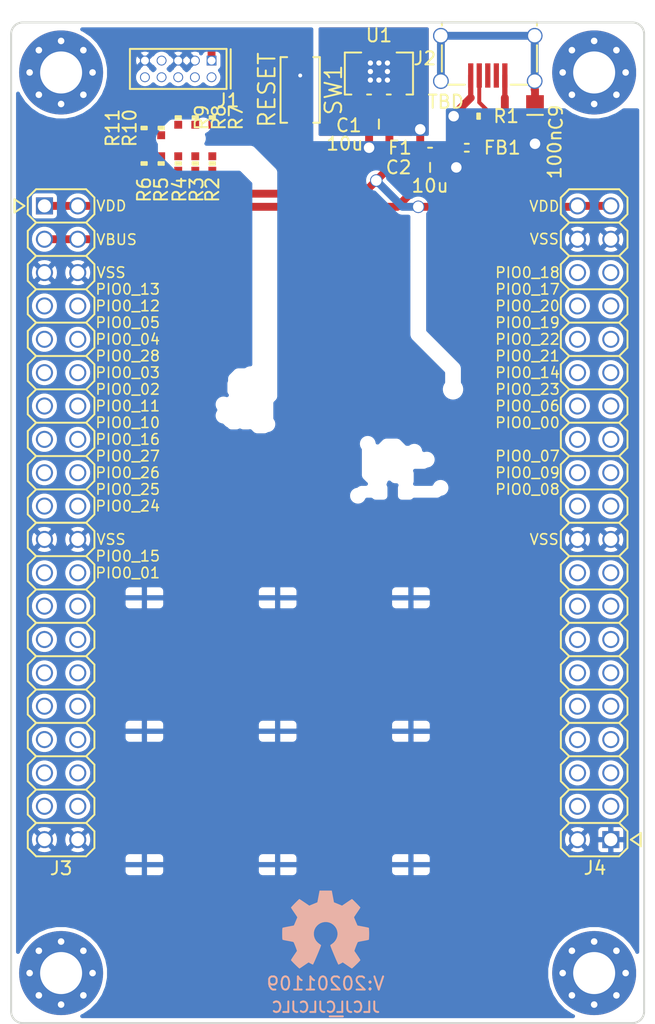
<source format=kicad_pcb>
(kicad_pcb (version 20171130) (host pcbnew 5.1.8-db9833491~87~ubuntu20.04.1)
  (layers (0 F.Cu signal) (31 B.Cu signal) (34 B.Paste user) (35 F.Paste user) (36 B.SilkS user) (37 F.SilkS user) (38 B.Mask user) (39 F.Mask user) (44 Edge.Cuts user))
  (net 0 "")
  (net 1 /VBUS)
  (net 2 "Net-(F1-Pad2)")
  (net 3 "Net-(FB1-Pad2)")
  (net 4 /VDD)
  (net 5 "Net-(J1-Pad10)")
  (net 6 "Net-(J1-Pad6)")
  (net 7 "Net-(J1-Pad4)")
  (net 8 "Net-(J1-Pad2)")
  (net 9 /GPIO_47)
  (net 10 /GPIO_46)
  (net 11 /GPIO_51)
  (net 12 "Net-(C9-Pad2)")
  (net 13 "Net-(J2-Pad4)")
  (net 14 /VSS)
  (net 15 "Net-(J1-Pad8)")
  (net 16 "Net-(J1-Pad7)")
  (net 17 "Net-(J2-Pad2)")
  (net 18 "Net-(J2-Pad3)")
  (net 19 /GPIO_28)
  (net 20 /GPIO_20)
  (net 21 /GPIO_23)
  (net 22 /GPIO_27)
  (net 23 /GPIO_29)
  (net 24 /GPIO_16)
  (net 25 /GPIO_21)
  (net 26 /GPIO_19)
  (net 27 /GPIO_17)
  (net 28 /GPIO_18)
  (net 29 /GPIO_15)
  (net 30 /GPIO_14)
  (net 31 /GPIO_22)
  (net 32 /GPIO_24)
  (net 33 /GPIO_25)
  (net 34 /GPIO_26)
  (net 35 /GPIO_13)
  (net 36 /GPIO_12)
  (net 37 /GPIO_11)
  (net 38 /GPIO_10)
  (net 39 /GPIO_09)
  (net 40 /GPIO_08)
  (net 41 /GPIO_07)
  (net 42 /GPIO_06)
  (net 43 /GPIO_05)
  (net 44 /GPIO_04)
  (net 45 /GPIO_03)
  (net 46 /GPIO_02)
  (net 47 /GPIO_01)
  (net 48 /GPIO_00)
  (net 49 /GPIO_32)
  (net 50 /GPIO_31)
  (net 51 /GPIO_30)
  (net 52 /GPIO_41)
  (net 53 /GPIO_40)
  (net 54 /GPIO_39)
  (net 55 /GPIO_38)
  (net 56 /GPIO_37)
  (net 57 /GPIO_36)
  (net 58 /GPIO_35)
  (net 59 /GPIO_34)
  (net 60 /GPIO_33)
  (net 61 /GPIO_45)
  (net 62 /GPIO_44)
  (net 63 /GPIO_43)
  (net 64 /GPIO_42)
  (net 65 /GPIO_61)
  (net 66 /GPIO_60)
  (net 67 /GPIO_59)
  (net 68 /GPIO_58)
  (net 69 /GPIO_57)
  (net 70 /GPIO_56)
  (net 71 /GPIO_55)
  (net 72 /GPIO_54)
  (net 73 /GPIO_53)
  (net 74 /GPIO_52)
  (net 75 /GPIO_50)
  (net 76 /GPIO_49)
  (net 77 /GPIO_48)
  (net 78 /TMS)
  (net 79 /TCK)
  (net 80 /TDO)
  (net 81 /TDI)
  (net 82 /RESET)
  (module SquantorRcl:R_0402_hand (layer F.Cu) (at 71.1 69 270)
    (fp_text reference R11 (at 0 2.4 90) (layer F.SilkS))
    (fp_text value 100)
    (pad 2 smd rect (at 0.55 0 270) (size 0.6 0.6) (layers F.Cu F.Paste F.Mask) (net 82 /RESET))
    (pad 1 smd rect (at -0.55 0 270) (size 0.6 0.6) (layers F.Cu F.Paste F.Mask) (net 5 "Net-(J1-Pad10)"))
  )
  (module SquantorRcl:R_0402_hand (layer F.Cu) (at 72.4 69 270)
    (fp_text reference R10 (at 0 2.4 90) (layer F.SilkS))
    (fp_text value 100)
    (pad 2 smd rect (at 0.55 0 270) (size 0.6 0.6) (layers F.Cu F.Paste F.Mask) (net 81 /TDI))
    (pad 1 smd rect (at -0.55 0 270) (size 0.6 0.6) (layers F.Cu F.Paste F.Mask) (net 15 "Net-(J1-Pad8)"))
  )
  (module SquantorRcl:R_0402_hand (layer F.Cu) (at 73.7 68.2 270)
    (fp_text reference R9 (at 0 -1.8 90) (layer F.SilkS))
    (fp_text value 100)
    (pad 2 smd rect (at 0.55 0 270) (size 0.6 0.6) (layers F.Cu F.Paste F.Mask) (net 80 /TDO))
    (pad 1 smd rect (at -0.55 0 270) (size 0.6 0.6) (layers F.Cu F.Paste F.Mask) (net 6 "Net-(J1-Pad6)"))
  )
  (module SquantorRcl:R_0402_hand (layer F.Cu) (at 75 68.2 270)
    (fp_text reference R8 (at 0 -1.8 90) (layer F.SilkS))
    (fp_text value 100)
    (pad 2 smd rect (at 0.55 0 270) (size 0.6 0.6) (layers F.Cu F.Paste F.Mask) (net 79 /TCK))
    (pad 1 smd rect (at -0.55 0 270) (size 0.6 0.6) (layers F.Cu F.Paste F.Mask) (net 7 "Net-(J1-Pad4)"))
  )
  (module SquantorRcl:R_0402_hand (layer F.Cu) (at 76.3 68.2 270)
    (fp_text reference R7 (at 0 -1.8 90) (layer F.SilkS))
    (fp_text value 100)
    (pad 2 smd rect (at 0.55 0 270) (size 0.6 0.6) (layers F.Cu F.Paste F.Mask) (net 78 /TMS))
    (pad 1 smd rect (at -0.55 0 270) (size 0.6 0.6) (layers F.Cu F.Paste F.Mask) (net 8 "Net-(J1-Pad2)"))
  )
  (module SquantorRcl:R_0402_hand (layer F.Cu) (at 71.1 71.7 270)
    (fp_text reference R6 (at 2 0 90) (layer F.SilkS))
    (fp_text value 47K)
    (pad 2 smd rect (at 0.55 0 270) (size 0.6 0.6) (layers F.Cu F.Paste F.Mask) (net 4 /VDD))
    (pad 1 smd rect (at -0.55 0 270) (size 0.6 0.6) (layers F.Cu F.Paste F.Mask) (net 82 /RESET))
  )
  (module SquantorRcl:R_0402_hand (layer F.Cu) (at 72.4 71.7 270)
    (fp_text reference R5 (at 2 0 90) (layer F.SilkS))
    (fp_text value 47K)
    (pad 2 smd rect (at 0.55 0 270) (size 0.6 0.6) (layers F.Cu F.Paste F.Mask) (net 4 /VDD))
    (pad 1 smd rect (at -0.55 0 270) (size 0.6 0.6) (layers F.Cu F.Paste F.Mask) (net 81 /TDI))
  )
  (module SquantorRcl:R_0402_hand (layer F.Cu) (at 73.7 71.7 270)
    (fp_text reference R4 (at 2 -0.1 90) (layer F.SilkS))
    (fp_text value 47K)
    (pad 2 smd rect (at 0.55 0 270) (size 0.6 0.6) (layers F.Cu F.Paste F.Mask) (net 4 /VDD))
    (pad 1 smd rect (at -0.55 0 270) (size 0.6 0.6) (layers F.Cu F.Paste F.Mask) (net 80 /TDO))
  )
  (module SquantorRcl:R_0402_hand (layer F.Cu) (at 75 71.7 270)
    (fp_text reference R3 (at 2 -0.1 90) (layer F.SilkS))
    (fp_text value 47K)
    (pad 2 smd rect (at 0.55 0 270) (size 0.6 0.6) (layers F.Cu F.Paste F.Mask) (net 14 /VSS))
    (pad 1 smd rect (at -0.55 0 270) (size 0.6 0.6) (layers F.Cu F.Paste F.Mask) (net 79 /TCK))
  )
  (module SquantorRcl:R_0402_hand (layer F.Cu) (at 76.3 71.7 270)
    (fp_text reference R2 (at 2 0 90) (layer F.SilkS))
    (fp_text value 47K)
    (pad 2 smd rect (at 0.55 0 270) (size 0.6 0.6) (layers F.Cu F.Paste F.Mask) (net 4 /VDD))
    (pad 1 smd rect (at -0.55 0 270) (size 0.6 0.6) (layers F.Cu F.Paste F.Mask) (net 78 /TMS))
  )
  (module SquantorRcl:R_0402_hand (layer F.Cu) (at 96.6 68.1)
    (fp_text reference R1 (at 2.1 0) (layer F.SilkS))
    (fp_text value TBD (at -2.5 -1.1) (layer F.SilkS))
    (pad 2 smd rect (at 0.55 0) (size 0.6 0.6) (layers F.Cu F.Paste F.Mask) (net 13 "Net-(J2-Pad4)"))
    (pad 1 smd rect (at -0.55 0) (size 0.6 0.6) (layers F.Cu F.Paste F.Mask) (net 14 /VSS))
  )
  (module SquantorUsb:USB-muB-SMD_TH (layer F.Cu) (at 97.3 63.7 180)
    (fp_text reference J2 (at 4.8 0) (layer F.SilkS))
    (fp_text value USB-ID)
    (pad S thru_hole circle (at 3.575 1.725 180) (size 1.2 1.2) (drill 1) (layers *.Cu *.Mask) (net 12 "Net-(C9-Pad2)"))
    (pad "" np_thru_hole circle (at 2 -0.575 180) (size 0.8 0.8) (drill 0.8) (layers *.Cu))
    (pad 1 smd rect (at -1.3 -1.3 180) (size 0.4 1.85) (layers F.Cu F.Paste F.Mask) (net 3 "Net-(FB1-Pad2)"))
    (pad 2 smd rect (at -0.65 -1.3 180) (size 0.4 1.85) (layers F.Cu F.Paste F.Mask) (net 17 "Net-(J2-Pad2)"))
    (pad 3 smd rect (at 0 -1.3 180) (size 0.4 1.85) (layers F.Cu F.Paste F.Mask) (net 18 "Net-(J2-Pad3)"))
    (pad 4 smd rect (at 0.65 -1.3 180) (size 0.4 1.85) (layers F.Cu F.Paste F.Mask) (net 13 "Net-(J2-Pad4)"))
    (pad 5 smd rect (at 1.3 -1.3 180) (size 0.4 1.85) (layers F.Cu F.Paste F.Mask) (net 14 /VSS))
    (pad "" np_thru_hole circle (at -2 -0.575 180) (size 0.8 0.8) (drill 0.8) (layers *.Cu))
    (pad S thru_hole circle (at -3.575 1.725 180) (size 1.2 1.2) (drill 1) (layers *.Cu *.Mask) (net 12 "Net-(C9-Pad2)"))
    (pad S thru_hole circle (at 3.575 -1.725 180) (size 1.2 1.2) (drill 1) (layers *.Cu *.Mask) (net 12 "Net-(C9-Pad2)"))
    (pad S thru_hole circle (at -3.575 -1.725 180) (size 1.2 1.2) (drill 1) (layers *.Cu *.Mask) (net 12 "Net-(C9-Pad2)"))
  )
  (module SquantorRcl:C_0805 (layer F.Cu) (at 100.9 68 90)
    (fp_text reference C9 (at -0.2 1.6 90) (layer F.SilkS))
    (fp_text value 100n (at -3 1.5 90) (layer F.SilkS))
    (pad 2 smd rect (at 1 0 90) (size 1 1.35) (layers F.Cu F.Paste F.Mask) (net 12 "Net-(C9-Pad2)"))
    (pad 1 smd rect (at -1 0 90) (size 1 1.35) (layers F.Cu F.Paste F.Mask) (net 14 /VSS))
  )
  (module SquantorConnectorsNamed:nuclone_medium_right (layer F.Cu) (at 105.41 99.06 90)
    (fp_text reference J4 (at -26.29 0.065 180) (layer F.SilkS))
    (fp_text value nuclone_small_right)
    (fp_text user VSS (at -1.27 -3.81) (layer F.SilkS) (effects (font (size 0.8 0.8) (thickness 0.12))))
    (fp_text user PIO0_08 (at 2.54 -5.08) (layer F.SilkS) (effects (font (size 0.8 0.8) (thickness 0.12))))
    (fp_text user VDD (at 24.1 -3.8) (layer F.SilkS) (effects (font (size 0.8 0.8) (thickness 0.12))))
    (fp_text user PIO0_09 (at 3.81 -5.08) (layer F.SilkS) (effects (font (size 0.8 0.8) (thickness 0.12))))
    (fp_text user VSS (at 21.6 -3.8) (layer F.SilkS) (effects (font (size 0.8 0.8) (thickness 0.12))))
    (fp_text user PIO0_21 (at 12.7 -5.08) (layer F.SilkS) (effects (font (size 0.8 0.8) (thickness 0.12))))
    (fp_text user PIO0_23 (at 10.16 -5.08) (layer F.SilkS) (effects (font (size 0.8 0.8) (thickness 0.12))))
    (fp_text user PIO0_00 (at 7.62 -5.08) (layer F.SilkS) (effects (font (size 0.8 0.8) (thickness 0.12))))
    (fp_text user PIO0_17 (at 17.78 -5.08) (layer F.SilkS) (effects (font (size 0.8 0.8) (thickness 0.12))))
    (fp_text user PIO0_19 (at 15.24 -5.08) (layer F.SilkS) (effects (font (size 0.8 0.8) (thickness 0.12))))
    (fp_text user PIO0_07 (at 5.08 -5.08) (layer F.SilkS) (effects (font (size 0.8 0.8) (thickness 0.12))))
    (fp_text user PIO0_18 (at 19.05 -5.08) (layer F.SilkS) (effects (font (size 0.8 0.8) (thickness 0.12))))
    (fp_text user PIO0_20 (at 16.51 -5.08) (layer F.SilkS) (effects (font (size 0.8 0.8) (thickness 0.12))))
    (fp_text user PIO0_22 (at 13.97 -5.08) (layer F.SilkS) (effects (font (size 0.8 0.8) (thickness 0.12))))
    (fp_text user PIO0_14 (at 11.43 -5.08) (layer F.SilkS) (effects (font (size 0.8 0.8) (thickness 0.12))))
    (fp_text user PIO0_06 (at 8.89 -5.08) (layer F.SilkS) (effects (font (size 0.8 0.8) (thickness 0.12))))
    (pad 5 thru_hole circle (at -19.05 1.27 90) (size 1.3 1.3) (drill 1) (layers *.Cu *.Mask) (net 49 /GPIO_32))
    (pad 4 thru_hole circle (at -21.59 -1.27 90) (size 1.3 1.3) (drill 1) (layers *.Cu *.Mask) (net 50 /GPIO_31))
    (pad 3 thru_hole circle (at -21.59 1.27 90) (size 1.3 1.3) (drill 1) (layers *.Cu *.Mask) (net 51 /GPIO_30))
    (pad 2 thru_hole circle (at -24.13 -1.27 90) (size 1.3 1.3) (drill 1) (layers *.Cu *.Mask) (net 14 /VSS))
    (pad 1 thru_hole rect (at -24.13 1.27 90) (size 1.3 1.3) (drill 1) (layers *.Cu *.Mask) (net 14 /VSS))
    (pad 14 thru_hole circle (at -8.89 -1.27 90) (size 1.3 1.3) (drill 1) (layers *.Cu *.Mask) (net 52 /GPIO_41))
    (pad 13 thru_hole circle (at -8.89 1.27 90) (size 1.3 1.3) (drill 1) (layers *.Cu *.Mask) (net 53 /GPIO_40))
    (pad 12 thru_hole circle (at -11.43 -1.27 90) (size 1.3 1.3) (drill 1) (layers *.Cu *.Mask) (net 54 /GPIO_39))
    (pad 11 thru_hole circle (at -11.43 1.27 90) (size 1.3 1.3) (drill 1) (layers *.Cu *.Mask) (net 55 /GPIO_38))
    (pad 10 thru_hole circle (at -13.97 -1.27 90) (size 1.3 1.3) (drill 1) (layers *.Cu *.Mask) (net 56 /GPIO_37))
    (pad 9 thru_hole circle (at -13.97 1.27 90) (size 1.3 1.3) (drill 1) (layers *.Cu *.Mask) (net 57 /GPIO_36))
    (pad 8 thru_hole circle (at -16.51 -1.27 90) (size 1.3 1.3) (drill 1) (layers *.Cu *.Mask) (net 58 /GPIO_35))
    (pad 7 thru_hole circle (at -16.51 1.27 90) (size 1.3 1.3) (drill 1) (layers *.Cu *.Mask) (net 59 /GPIO_34))
    (pad 6 thru_hole circle (at -19.05 -1.27 90) (size 1.3 1.3) (drill 1) (layers *.Cu *.Mask) (net 60 /GPIO_33))
    (pad 20 thru_hole circle (at -1.27 -1.27 90) (size 1.3 1.3) (drill 1) (layers *.Cu *.Mask) (net 14 /VSS))
    (pad 19 thru_hole circle (at -1.27 1.27 90) (size 1.3 1.3) (drill 1) (layers *.Cu *.Mask) (net 14 /VSS))
    (pad 18 thru_hole circle (at -3.81 -1.27 90) (size 1.3 1.3) (drill 1) (layers *.Cu *.Mask) (net 61 /GPIO_45))
    (pad 17 thru_hole circle (at -3.81 1.27 90) (size 1.3 1.3) (drill 1) (layers *.Cu *.Mask) (net 62 /GPIO_44))
    (pad 16 thru_hole circle (at -6.35 -1.27 90) (size 1.3 1.3) (drill 1) (layers *.Cu *.Mask) (net 63 /GPIO_43))
    (pad 15 thru_hole circle (at -6.35 1.27 90) (size 1.3 1.3) (drill 1) (layers *.Cu *.Mask) (net 64 /GPIO_42))
    (pad 40 thru_hole circle (at 24.13 -1.27 90) (size 1.3 1.3) (drill 1) (layers *.Cu *.Mask) (net 4 /VDD))
    (pad 39 thru_hole circle (at 24.13 1.27 90) (size 1.3 1.3) (drill 1) (layers *.Cu *.Mask) (net 4 /VDD))
    (pad 38 thru_hole circle (at 21.59 -1.27 90) (size 1.3 1.3) (drill 1) (layers *.Cu *.Mask) (net 14 /VSS))
    (pad 37 thru_hole circle (at 21.59 1.27 90) (size 1.3 1.3) (drill 1) (layers *.Cu *.Mask) (net 14 /VSS))
    (pad 36 thru_hole circle (at 19.05 -1.27 90) (size 1.3 1.3) (drill 1) (layers *.Cu *.Mask) (net 65 /GPIO_61))
    (pad 35 thru_hole circle (at 19.05 1.27 90) (size 1.3 1.3) (drill 1) (layers *.Cu *.Mask) (net 66 /GPIO_60))
    (pad 34 thru_hole circle (at 16.51 -1.27 90) (size 1.3 1.3) (drill 1) (layers *.Cu *.Mask) (net 67 /GPIO_59))
    (pad 33 thru_hole circle (at 16.51 1.27 90) (size 1.3 1.3) (drill 1) (layers *.Cu *.Mask) (net 68 /GPIO_58))
    (pad 32 thru_hole circle (at 13.97 -1.27 90) (size 1.3 1.3) (drill 1) (layers *.Cu *.Mask) (net 69 /GPIO_57))
    (pad 31 thru_hole circle (at 13.97 1.27 90) (size 1.3 1.3) (drill 1) (layers *.Cu *.Mask) (net 70 /GPIO_56))
    (pad 30 thru_hole circle (at 11.43 -1.27 90) (size 1.3 1.3) (drill 1) (layers *.Cu *.Mask) (net 71 /GPIO_55))
    (pad 29 thru_hole circle (at 11.43 1.27 90) (size 1.3 1.3) (drill 1) (layers *.Cu *.Mask) (net 72 /GPIO_54))
    (pad 28 thru_hole circle (at 8.89 -1.27 90) (size 1.3 1.3) (drill 1) (layers *.Cu *.Mask) (net 73 /GPIO_53))
    (pad 27 thru_hole circle (at 8.89 1.27 90) (size 1.3 1.3) (drill 1) (layers *.Cu *.Mask) (net 74 /GPIO_52))
    (pad 26 thru_hole circle (at 6.35 -1.27 90) (size 1.3 1.3) (drill 1) (layers *.Cu *.Mask) (net 11 /GPIO_51))
    (pad 25 thru_hole circle (at 6.35 1.27 90) (size 1.3 1.3) (drill 1) (layers *.Cu *.Mask) (net 75 /GPIO_50))
    (pad 24 thru_hole circle (at 3.81 -1.27 90) (size 1.3 1.3) (drill 1) (layers *.Cu *.Mask) (net 76 /GPIO_49))
    (pad 23 thru_hole circle (at 3.81 1.27 90) (size 1.3 1.3) (drill 1) (layers *.Cu *.Mask) (net 77 /GPIO_48))
    (pad 22 thru_hole circle (at 1.27 -1.27 90) (size 1.3 1.3) (drill 1) (layers *.Cu *.Mask) (net 9 /GPIO_47))
    (pad 21 thru_hole circle (at 1.27 1.27 90) (size 1.3 1.3) (drill 1) (layers *.Cu *.Mask) (net 10 /GPIO_46))
  )
  (module SquantorConnectorsNamed:nuclone_medium_left (layer F.Cu) (at 64.77 99.06 270)
    (fp_text reference J3 (at 26.315 -0.005 180) (layer F.SilkS))
    (fp_text value nuclone_small_left)
    (fp_text user VSS (at -19.05 -3.81 180) (layer F.SilkS) (effects (font (size 0.8 0.8) (thickness 0.12))))
    (fp_text user VSS (at 1.27 -3.81 180) (layer F.SilkS) (effects (font (size 0.8 0.8) (thickness 0.12))))
    (fp_text user PIO0_01 (at 3.82 -5.08 180) (layer F.SilkS) (effects (font (size 0.8 0.8) (thickness 0.12))))
    (fp_text user PIO0_15 (at 2.54 -5.08 180) (layer F.SilkS) (effects (font (size 0.8 0.8) (thickness 0.12))))
    (fp_text user VBUS (at -21.56 -4.23 180) (layer F.SilkS) (effects (font (size 0.8 0.8) (thickness 0.12))))
    (fp_text user VDD (at -24.13 -3.83 180) (layer F.SilkS) (effects (font (size 0.8 0.8) (thickness 0.12))))
    (fp_text user PIO0_25 (at -2.54 -5.08 180) (layer F.SilkS) (effects (font (size 0.8 0.8) (thickness 0.12))))
    (fp_text user PIO0_27 (at -5.08 -5.08 180) (layer F.SilkS) (effects (font (size 0.8 0.8) (thickness 0.12))))
    (fp_text user PIO0_10 (at -7.62 -5.08 180) (layer F.SilkS) (effects (font (size 0.8 0.8) (thickness 0.12))))
    (fp_text user PIO0_02 (at -10.16 -5.08 180) (layer F.SilkS) (effects (font (size 0.8 0.8) (thickness 0.12))))
    (fp_text user PIO0_28 (at -12.7 -5.08 180) (layer F.SilkS) (effects (font (size 0.8 0.8) (thickness 0.12))))
    (fp_text user PIO0_24 (at -1.27 -5.08 180) (layer F.SilkS) (effects (font (size 0.8 0.8) (thickness 0.12))))
    (fp_text user PIO0_26 (at -3.81 -5.08 180) (layer F.SilkS) (effects (font (size 0.8 0.8) (thickness 0.12))))
    (fp_text user PIO0_16 (at -6.35 -5.08 180) (layer F.SilkS) (effects (font (size 0.8 0.8) (thickness 0.12))))
    (fp_text user PIO0_11 (at -8.89 -5.08 180) (layer F.SilkS) (effects (font (size 0.8 0.8) (thickness 0.12))))
    (fp_text user PIO0_03 (at -11.43 -5.08 180) (layer F.SilkS) (effects (font (size 0.8 0.8) (thickness 0.12))))
    (fp_text user PIO0_04 (at -13.97 -5.08 180) (layer F.SilkS) (effects (font (size 0.8 0.8) (thickness 0.12))))
    (fp_text user PIO0_05 (at -15.24 -5.08 180) (layer F.SilkS) (effects (font (size 0.8 0.8) (thickness 0.12))))
    (fp_text user PIO0_12 (at -16.51 -5.08 180) (layer F.SilkS) (effects (font (size 0.8 0.8) (thickness 0.12))))
    (fp_text user PIO0_13 (at -17.78 -5.08 180) (layer F.SilkS) (effects (font (size 0.8 0.8) (thickness 0.12))))
    (pad 37 thru_hole circle (at 21.59 1.27 270) (size 1.3 1.3) (drill 1) (layers *.Cu *.Mask) (net 19 /GPIO_28))
    (pad 29 thru_hole circle (at 11.43 1.27 270) (size 1.3 1.3) (drill 1) (layers *.Cu *.Mask) (net 20 /GPIO_20))
    (pad 32 thru_hole circle (at 13.97 -1.27 270) (size 1.3 1.3) (drill 1) (layers *.Cu *.Mask) (net 21 /GPIO_23))
    (pad 40 thru_hole circle (at 24.13 -1.27 270) (size 1.3 1.3) (drill 1) (layers *.Cu *.Mask) (net 14 /VSS))
    (pad 36 thru_hole circle (at 19.05 -1.27 270) (size 1.3 1.3) (drill 1) (layers *.Cu *.Mask) (net 22 /GPIO_27))
    (pad 38 thru_hole circle (at 21.59 -1.27 270) (size 1.3 1.3) (drill 1) (layers *.Cu *.Mask) (net 23 /GPIO_29))
    (pad 25 thru_hole circle (at 6.35 1.27 270) (size 1.3 1.3) (drill 1) (layers *.Cu *.Mask) (net 24 /GPIO_16))
    (pad 30 thru_hole circle (at 11.43 -1.27 270) (size 1.3 1.3) (drill 1) (layers *.Cu *.Mask) (net 25 /GPIO_21))
    (pad 28 thru_hole circle (at 8.89 -1.27 270) (size 1.3 1.3) (drill 1) (layers *.Cu *.Mask) (net 26 /GPIO_19))
    (pad 26 thru_hole circle (at 6.35 -1.27 270) (size 1.3 1.3) (drill 1) (layers *.Cu *.Mask) (net 27 /GPIO_17))
    (pad 27 thru_hole circle (at 8.89 1.27 270) (size 1.3 1.3) (drill 1) (layers *.Cu *.Mask) (net 28 /GPIO_18))
    (pad 24 thru_hole circle (at 3.81 -1.27 270) (size 1.3 1.3) (drill 1) (layers *.Cu *.Mask) (net 29 /GPIO_15))
    (pad 39 thru_hole circle (at 24.13 1.27 270) (size 1.3 1.3) (drill 1) (layers *.Cu *.Mask) (net 14 /VSS))
    (pad 21 thru_hole circle (at 1.27 1.27 270) (size 1.3 1.3) (drill 1) (layers *.Cu *.Mask) (net 14 /VSS))
    (pad 23 thru_hole circle (at 3.81 1.27 270) (size 1.3 1.3) (drill 1) (layers *.Cu *.Mask) (net 30 /GPIO_14))
    (pad 31 thru_hole circle (at 13.97 1.27 270) (size 1.3 1.3) (drill 1) (layers *.Cu *.Mask) (net 31 /GPIO_22))
    (pad 33 thru_hole circle (at 16.51 1.27 270) (size 1.3 1.3) (drill 1) (layers *.Cu *.Mask) (net 32 /GPIO_24))
    (pad 34 thru_hole circle (at 16.51 -1.27 270) (size 1.3 1.3) (drill 1) (layers *.Cu *.Mask) (net 33 /GPIO_25))
    (pad 35 thru_hole circle (at 19.05 1.27 270) (size 1.3 1.3) (drill 1) (layers *.Cu *.Mask) (net 34 /GPIO_26))
    (pad 22 thru_hole circle (at 1.27 -1.27 270) (size 1.3 1.3) (drill 1) (layers *.Cu *.Mask) (net 14 /VSS))
    (pad 20 thru_hole circle (at -1.27 -1.27 270) (size 1.3 1.3) (drill 1) (layers *.Cu *.Mask) (net 35 /GPIO_13))
    (pad 19 thru_hole circle (at -1.27 1.27 270) (size 1.3 1.3) (drill 1) (layers *.Cu *.Mask) (net 36 /GPIO_12))
    (pad 18 thru_hole circle (at -3.81 -1.27 270) (size 1.3 1.3) (drill 1) (layers *.Cu *.Mask) (net 37 /GPIO_11))
    (pad 17 thru_hole circle (at -3.81 1.27 270) (size 1.3 1.3) (drill 1) (layers *.Cu *.Mask) (net 38 /GPIO_10))
    (pad 16 thru_hole circle (at -6.35 -1.27 270) (size 1.3 1.3) (drill 1) (layers *.Cu *.Mask) (net 39 /GPIO_09))
    (pad 15 thru_hole circle (at -6.35 1.27 270) (size 1.3 1.3) (drill 1) (layers *.Cu *.Mask) (net 40 /GPIO_08))
    (pad 14 thru_hole circle (at -8.89 -1.27 270) (size 1.3 1.3) (drill 1) (layers *.Cu *.Mask) (net 41 /GPIO_07))
    (pad 13 thru_hole circle (at -8.89 1.27 270) (size 1.3 1.3) (drill 1) (layers *.Cu *.Mask) (net 42 /GPIO_06))
    (pad 12 thru_hole circle (at -11.43 -1.27 270) (size 1.3 1.3) (drill 1) (layers *.Cu *.Mask) (net 43 /GPIO_05))
    (pad 11 thru_hole circle (at -11.43 1.27 270) (size 1.3 1.3) (drill 1) (layers *.Cu *.Mask) (net 44 /GPIO_04))
    (pad 10 thru_hole circle (at -13.97 -1.27 270) (size 1.3 1.3) (drill 1) (layers *.Cu *.Mask) (net 45 /GPIO_03))
    (pad 9 thru_hole circle (at -13.97 1.27 270) (size 1.3 1.3) (drill 1) (layers *.Cu *.Mask) (net 46 /GPIO_02))
    (pad 8 thru_hole circle (at -16.51 -1.27 270) (size 1.3 1.3) (drill 1) (layers *.Cu *.Mask) (net 47 /GPIO_01))
    (pad 7 thru_hole circle (at -16.51 1.27 270) (size 1.3 1.3) (drill 1) (layers *.Cu *.Mask) (net 48 /GPIO_00))
    (pad 6 thru_hole circle (at -19.05 -1.27 270) (size 1.3 1.3) (drill 1) (layers *.Cu *.Mask) (net 14 /VSS))
    (pad 5 thru_hole circle (at -19.05 1.27 270) (size 1.3 1.3) (drill 1) (layers *.Cu *.Mask) (net 14 /VSS))
    (pad 4 thru_hole circle (at -21.59 -1.27 270) (size 1.3 1.3) (drill 1) (layers *.Cu *.Mask) (net 1 /VBUS))
    (pad 3 thru_hole circle (at -21.59 1.27 270) (size 1.3 1.3) (drill 1) (layers *.Cu *.Mask) (net 1 /VBUS))
    (pad 2 thru_hole circle (at -24.13 -1.27 270) (size 1.3 1.3) (drill 1) (layers *.Cu *.Mask) (net 4 /VDD))
    (pad 1 thru_hole rect (at -24.13 1.27 270) (size 1.3 1.3) (drill 1) (layers *.Cu *.Mask) (net 4 /VDD))
  )
  (module SquantorSwitches:DTSM3 (layer F.Cu) (at 83 66.1 270)
    (fp_text reference SW1 (at 0 -2.54 90) (layer F.SilkS) (effects (font (size 1.27 1.27))))
    (fp_text value RESET (at 0 2.54 90) (layer F.SilkS) (effects (font (size 1.27 1.27))))
    (pad 2 smd rect (at 2.69748 0 270) (size 1.99898 1.59766) (layers F.Cu F.Paste F.Mask) (net 82 /RESET))
    (pad 1 smd rect (at -2.69748 0 270) (size 1.99898 1.59766) (layers F.Cu F.Paste F.Mask) (net 14 /VSS))
  )
  (module SquantorIC:SOT89-SOT23-Dual-NXP (layer F.Cu) (at 89 65.2)
    (fp_text reference U1 (at 0 -3.25) (layer F.SilkS))
    (fp_text value MCP1702-MB hide)
    (pad 2 thru_hole rect (at 0.65 0.15) (size 0.6 0.6) (drill 0.4) (layers *.Cu *.Mask) (net 1 /VBUS))
    (pad 2 thru_hole rect (at 0 0.15) (size 0.6 0.6) (drill 0.4) (layers *.Cu *.Mask) (net 1 /VBUS))
    (pad 2 thru_hole rect (at -0.65 0.15) (size 0.6 0.6) (drill 0.4) (layers *.Cu *.Mask) (net 1 /VBUS))
    (pad 2 thru_hole rect (at -0.65 -0.5) (size 0.6 0.6) (drill 0.4) (layers *.Cu *.Mask) (net 1 /VBUS))
    (pad 2 thru_hole rect (at 0.65 -0.5) (size 0.6 0.6) (drill 0.4) (layers *.Cu *.Mask) (net 1 /VBUS))
    (pad 2 thru_hole rect (at -0.65 -1.15 90) (size 0.6 0.6) (drill 0.4) (layers *.Cu *.Mask) (net 1 /VBUS))
    (pad 2 thru_hole rect (at 0 -1.15) (size 0.6 0.6) (drill 0.4) (layers *.Cu *.Mask) (net 1 /VBUS))
    (pad 2 thru_hole rect (at 0.65 -1.15) (size 0.6 0.6) (drill 0.4) (layers *.Cu *.Mask) (net 1 /VBUS))
    (pad 2 smd rect (at 0 -1.825) (size 1.9 0.85) (layers F.Cu F.Paste) (net 1 /VBUS))
    (pad 2 smd rect (at 0 -0.6) (size 1.2 1.2) (layers F.Cu F.Paste) (net 1 /VBUS))
    (pad 3 smd rect (at 1.5 1.75) (size 0.6 1) (layers F.Cu F.Paste) (net 4 /VDD))
    (pad 1 smd rect (at -1.5 1.75) (size 0.6 1) (layers F.Cu F.Paste) (net 14 /VSS))
    (pad 2 smd rect (at 0 1.75) (size 0.6 1) (layers F.Cu F.Paste) (net 1 /VBUS))
    (pad 2 smd rect (at 0 -0.9) (size 2 2.8) (layers F.Cu F.Mask) (net 1 /VBUS))
    (pad 3 smd rect (at 1.25 1.75) (size 1.2 1.1) (layers F.Cu F.Mask) (net 4 /VDD))
    (pad 2 smd rect (at 0 1.4) (size 0.7 1.8) (layers F.Cu F.Mask) (net 1 /VBUS))
    (pad 1 smd rect (at -1.25 1.75) (size 1.2 1.1) (layers F.Cu F.Mask) (net 14 /VSS))
  )
  (module SquantorConnectors:Header-0127-2X05-H006 (layer F.Cu) (at 73.7 64.5 180)
    (fp_text reference J1 (at -3.8 -2.4) (layer F.SilkS))
    (fp_text value JTAG_2X05)
    (pad 10 thru_hole circle (at 2.54 -0.635 180) (size 0.75 0.75) (drill 0.6) (layers *.Cu *.Mask) (net 5 "Net-(J1-Pad10)"))
    (pad 9 thru_hole circle (at 2.54 0.635 180) (size 0.75 0.75) (drill 0.6) (layers *.Cu *.Mask) (net 14 /VSS))
    (pad 8 thru_hole circle (at 1.27 -0.635 180) (size 0.75 0.75) (drill 0.6) (layers *.Cu *.Mask) (net 15 "Net-(J1-Pad8)"))
    (pad 7 thru_hole circle (at 1.27 0.635 180) (size 0.75 0.75) (drill 0.6) (layers *.Cu *.Mask) (net 16 "Net-(J1-Pad7)"))
    (pad 6 thru_hole circle (at 0 -0.635 180) (size 0.75 0.75) (drill 0.6) (layers *.Cu *.Mask) (net 6 "Net-(J1-Pad6)"))
    (pad 5 thru_hole circle (at 0 0.635 180) (size 0.75 0.75) (drill 0.6) (layers *.Cu *.Mask) (net 14 /VSS))
    (pad 4 thru_hole circle (at -1.27 -0.635 180) (size 0.75 0.75) (drill 0.6) (layers *.Cu *.Mask) (net 7 "Net-(J1-Pad4)"))
    (pad 3 thru_hole circle (at -1.27 0.635 180) (size 0.75 0.75) (drill 0.6) (layers *.Cu *.Mask) (net 14 /VSS))
    (pad 2 thru_hole circle (at -2.54 -0.635 180) (size 0.75 0.75) (drill 0.6) (layers *.Cu *.Mask) (net 8 "Net-(J1-Pad2)"))
    (pad 1 thru_hole rect (at -2.54 0.635 180) (size 0.75 0.75) (drill 0.6) (layers *.Cu *.Mask) (net 4 /VDD))
  )
  (module SquantorRcl:L_0603 (layer F.Cu) (at 95.7 70.5)
    (fp_text reference FB1 (at 2.7 0) (layer F.SilkS))
    (fp_text value 100)
    (pad 2 smd rect (at 0.75 0) (size 0.8 0.9) (layers F.Cu F.Paste F.Mask) (net 3 "Net-(FB1-Pad2)"))
    (pad 1 smd rect (at -0.75 0) (size 0.8 0.9) (layers F.Cu F.Paste F.Mask) (net 2 "Net-(F1-Pad2)"))
  )
  (module SquantorRcl:F_0603_hand (layer F.Cu) (at 92.9 70.5)
    (fp_text reference F1 (at -2.3 0) (layer F.SilkS))
    (fp_text value 0.5A)
    (pad 2 smd rect (at 0.75 0) (size 0.8 0.9) (layers F.Cu F.Paste F.Mask) (net 2 "Net-(F1-Pad2)"))
    (pad 1 smd rect (at -0.75 0) (size 0.8 0.9) (layers F.Cu F.Paste F.Mask) (net 1 /VBUS))
  )
  (module SquantorRcl:C_0603 (layer F.Cu) (at 92.9 72 180)
    (fp_text reference C2 (at 2.4 0) (layer F.SilkS))
    (fp_text value 10u (at 0 -1.4) (layer F.SilkS))
    (pad 2 smd rect (at 0.75 0 180) (size 0.8 0.9) (layers F.Cu F.Paste F.Mask) (net 1 /VBUS))
    (pad 1 smd rect (at -0.75 0 180) (size 0.8 0.9) (layers F.Cu F.Paste F.Mask) (net 14 /VSS))
  )
  (module SquantorRcl:C_0603 (layer F.Cu) (at 89 68.7 180)
    (fp_text reference C1 (at 2.3 -0.1) (layer F.SilkS))
    (fp_text value 10u (at 2.6 -1.5) (layer F.SilkS))
    (pad 2 smd rect (at 0.75 0 180) (size 0.8 0.9) (layers F.Cu F.Paste F.Mask) (net 14 /VSS))
    (pad 1 smd rect (at -0.75 0 180) (size 0.8 0.9) (layers F.Cu F.Paste F.Mask) (net 4 /VDD))
  )
  (module SquantorLabels:Label_Generic (layer B.Cu) (at 85.75 136.05 180)
    (fp_text reference N3 hide)
    (fp_text value JLCJLCJLCJLC (at 0.8 0.1) (layer B.SilkS) (effects (font (size 0.8 0.8)) (justify mirror)))
  )
  (module SquantorLabels:Label_version (layer B.Cu) (at 83.45 134.05)
    (fp_text reference N2 hide)
    (fp_text value 20201109 (at 0.8 0.1) (layer B.SilkS) (effects (justify mirror)))
    (fp_text user V: (at 5.3 0.1) (layer B.SilkS) (effects (justify mirror)))
  )
  (module MountingHole:MountingHole_3.2mm_M3_Pad_Via (layer F.Cu) (at 64.77 64.77)
    (fp_text reference H1 hide)
    (fp_text value MountingHole hide)
    (pad 1 thru_hole circle (at 1.697056 -1.697056) (size 0.8 0.8) (drill 0.5) (layers *.Cu *.Mask))
    (pad 1 thru_hole circle (at 0 -2.4) (size 0.8 0.8) (drill 0.5) (layers *.Cu *.Mask))
    (pad 1 thru_hole circle (at -1.697056 -1.697056) (size 0.8 0.8) (drill 0.5) (layers *.Cu *.Mask))
    (pad 1 thru_hole circle (at -2.4 0) (size 0.8 0.8) (drill 0.5) (layers *.Cu *.Mask))
    (pad 1 thru_hole circle (at -1.697056 1.697056) (size 0.8 0.8) (drill 0.5) (layers *.Cu *.Mask))
    (pad 1 thru_hole circle (at 0 2.4) (size 0.8 0.8) (drill 0.5) (layers *.Cu *.Mask))
    (pad 1 thru_hole circle (at 1.697056 1.697056) (size 0.8 0.8) (drill 0.5) (layers *.Cu *.Mask))
    (pad 1 thru_hole circle (at 2.4 0) (size 0.8 0.8) (drill 0.5) (layers *.Cu *.Mask))
    (pad 1 thru_hole circle (at 0 0) (size 6.4 6.4) (drill 3.2) (layers *.Cu *.Mask))
  )
  (module MountingHole:MountingHole_3.2mm_M3_Pad_Via (layer F.Cu) (at 64.77 133.35)
    (fp_text reference H4 hide)
    (fp_text value MountingHole hide)
    (pad 1 thru_hole circle (at 1.697056 -1.697056) (size 0.8 0.8) (drill 0.5) (layers *.Cu *.Mask))
    (pad 1 thru_hole circle (at 0 -2.4) (size 0.8 0.8) (drill 0.5) (layers *.Cu *.Mask))
    (pad 1 thru_hole circle (at -1.697056 -1.697056) (size 0.8 0.8) (drill 0.5) (layers *.Cu *.Mask))
    (pad 1 thru_hole circle (at -2.4 0) (size 0.8 0.8) (drill 0.5) (layers *.Cu *.Mask))
    (pad 1 thru_hole circle (at -1.697056 1.697056) (size 0.8 0.8) (drill 0.5) (layers *.Cu *.Mask))
    (pad 1 thru_hole circle (at 0 2.4) (size 0.8 0.8) (drill 0.5) (layers *.Cu *.Mask))
    (pad 1 thru_hole circle (at 1.697056 1.697056) (size 0.8 0.8) (drill 0.5) (layers *.Cu *.Mask))
    (pad 1 thru_hole circle (at 2.4 0) (size 0.8 0.8) (drill 0.5) (layers *.Cu *.Mask))
    (pad 1 thru_hole circle (at 0 0) (size 6.4 6.4) (drill 3.2) (layers *.Cu *.Mask))
  )
  (module MountingHole:MountingHole_3.2mm_M3_Pad_Via (layer F.Cu) (at 105.41 133.35)
    (fp_text reference H3 hide)
    (fp_text value MountingHole hide)
    (pad 1 thru_hole circle (at 1.697056 -1.697056) (size 0.8 0.8) (drill 0.5) (layers *.Cu *.Mask))
    (pad 1 thru_hole circle (at 0 -2.4) (size 0.8 0.8) (drill 0.5) (layers *.Cu *.Mask))
    (pad 1 thru_hole circle (at -1.697056 -1.697056) (size 0.8 0.8) (drill 0.5) (layers *.Cu *.Mask))
    (pad 1 thru_hole circle (at -2.4 0) (size 0.8 0.8) (drill 0.5) (layers *.Cu *.Mask))
    (pad 1 thru_hole circle (at -1.697056 1.697056) (size 0.8 0.8) (drill 0.5) (layers *.Cu *.Mask))
    (pad 1 thru_hole circle (at 0 2.4) (size 0.8 0.8) (drill 0.5) (layers *.Cu *.Mask))
    (pad 1 thru_hole circle (at 1.697056 1.697056) (size 0.8 0.8) (drill 0.5) (layers *.Cu *.Mask))
    (pad 1 thru_hole circle (at 2.4 0) (size 0.8 0.8) (drill 0.5) (layers *.Cu *.Mask))
    (pad 1 thru_hole circle (at 0 0) (size 6.4 6.4) (drill 3.2) (layers *.Cu *.Mask))
  )
  (module MountingHole:MountingHole_3.2mm_M3_Pad_Via (layer F.Cu) (at 105.41 64.77)
    (fp_text reference H2 hide)
    (fp_text value MountingHole hide)
    (pad 1 thru_hole circle (at 1.697056 -1.697056) (size 0.8 0.8) (drill 0.5) (layers *.Cu *.Mask))
    (pad 1 thru_hole circle (at 0 -2.4) (size 0.8 0.8) (drill 0.5) (layers *.Cu *.Mask))
    (pad 1 thru_hole circle (at -1.697056 -1.697056) (size 0.8 0.8) (drill 0.5) (layers *.Cu *.Mask))
    (pad 1 thru_hole circle (at -2.4 0) (size 0.8 0.8) (drill 0.5) (layers *.Cu *.Mask))
    (pad 1 thru_hole circle (at -1.697056 1.697056) (size 0.8 0.8) (drill 0.5) (layers *.Cu *.Mask))
    (pad 1 thru_hole circle (at 0 2.4) (size 0.8 0.8) (drill 0.5) (layers *.Cu *.Mask))
    (pad 1 thru_hole circle (at 1.697056 1.697056) (size 0.8 0.8) (drill 0.5) (layers *.Cu *.Mask))
    (pad 1 thru_hole circle (at 2.4 0) (size 0.8 0.8) (drill 0.5) (layers *.Cu *.Mask))
    (pad 1 thru_hole circle (at 0 0) (size 6.4 6.4) (drill 3.2) (layers *.Cu *.Mask))
  )
  (module Symbols:OSHW-Symbol_6.7x6mm_SilkScreen (layer B.Cu) (at 84.95 130.05 180)
    (fp_text reference N1 hide)
    (fp_text value OHWLOGO hide)
  )
  (gr_line (start 108.331 60.96) (end 61.849 60.96) (layer Edge.Cuts) (width 0.15))
  (gr_arc (start 61.849 136.271) (end 60.96 136.271) (angle -90) (layer Edge.Cuts) (width 0.15))
  (gr_arc (start 108.331 136.271) (end 108.331 137.16) (angle -90) (layer Edge.Cuts) (width 0.15))
  (gr_arc (start 108.331 61.849) (end 109.22 61.849) (angle -90) (layer Edge.Cuts) (width 0.15))
  (gr_arc (start 61.849 61.849) (end 61.849 60.96) (angle -90) (layer Edge.Cuts) (width 0.15))
  (gr_line (start 109.22 136.271) (end 109.22 61.849) (layer Edge.Cuts) (width 0.15))
  (gr_line (start 61.849 137.16) (end 108.331 137.16) (layer Edge.Cuts) (width 0.15))
  (gr_line (start 60.96 61.849) (end 60.96 136.271) (layer Edge.Cuts) (width 0.15))
  (segment (start 92.15 72) (end 92.15 70.5) (width 0.6) (layer F.Cu) (net 1))
  (via (at 92.15 69.1) (size 0.95) (drill 0.8) (layers F.Cu B.Cu) (net 1))
  (segment (start 92.15 70.5) (end 92.15 69.1) (width 0.6) (layer F.Cu) (net 1))
  (segment (start 63.5 77.47) (end 66.04 77.47) (width 0.6) (layer F.Cu) (net 1))
  (segment (start 92.15 73.25) (end 92.15 72) (width 0.6) (layer F.Cu) (net 1))
  (segment (start 70.4 75) (end 90.4 75) (width 0.6) (layer F.Cu) (net 1))
  (segment (start 90.4 75) (end 92.15 73.25) (width 0.6) (layer F.Cu) (net 1))
  (segment (start 66.04 77.47) (end 67.93 77.47) (width 0.6) (layer F.Cu) (net 1))
  (segment (start 67.93 77.47) (end 70.4 75) (width 0.6) (layer F.Cu) (net 1))
  (segment (start 94.95 70.5) (end 93.65 70.5) (width 0.6) (layer F.Cu) (net 2))
  (segment (start 98.6 65) (end 98.6 66.7) (width 0.4) (layer F.Cu) (net 3))
  (segment (start 98.6 66.7) (end 98.6 70) (width 0.6) (layer F.Cu) (net 3))
  (segment (start 98.1 70.5) (end 96.45 70.5) (width 0.6) (layer F.Cu) (net 3))
  (segment (start 98.6 70) (end 98.1 70.5) (width 0.6) (layer F.Cu) (net 3))
  (segment (start 89.75 68.7) (end 89.75 68.05) (width 0.6) (layer F.Cu) (net 4))
  (segment (start 90.5 67.3) (end 90.5 66.95) (width 0.6) (layer F.Cu) (net 4))
  (segment (start 89.75 68.05) (end 90.5 67.3) (width 0.6) (layer F.Cu) (net 4))
  (segment (start 63.5 74.93) (end 66.04 74.93) (width 0.6) (layer F.Cu) (net 4))
  (segment (start 106.68 74.93) (end 104.14 74.93) (width 0.6) (layer F.Cu) (net 4))
  (segment (start 104.14 74.93) (end 104.07 75) (width 0.6) (layer F.Cu) (net 4))
  (segment (start 104.07 75) (end 92 75) (width 0.6) (layer F.Cu) (net 4))
  (via (at 92 75) (size 0.95) (drill 0.8) (layers F.Cu B.Cu) (net 4))
  (segment (start 88.8 73) (end 89.8 72) (width 0.6) (layer F.Cu) (net 4))
  (segment (start 89.8 68.75) (end 89.75 68.7) (width 0.6) (layer F.Cu) (net 4))
  (segment (start 90.8 75) (end 92 75) (width 0.6) (layer B.Cu) (net 4))
  (via (at 88.8 73) (size 0.95) (drill 0.8) (layers F.Cu B.Cu) (net 4))
  (segment (start 89.8 72) (end 89.8 68.75) (width 0.6) (layer F.Cu) (net 4))
  (segment (start 88.8 73) (end 90.8 75) (width 0.6) (layer B.Cu) (net 4))
  (segment (start 68.07 74.93) (end 66.04 74.93) (width 0.6) (layer F.Cu) (net 4))
  (segment (start 69 74) (end 68.07 74.93) (width 0.6) (layer F.Cu) (net 4))
  (segment (start 88.8 73) (end 87.8 74) (width 0.6) (layer F.Cu) (net 4))
  (segment (start 73.15 73.95) (end 73.2 74) (width 0.3) (layer F.Cu) (net 4))
  (segment (start 74.65 73.95) (end 74.7 74) (width 0.3) (layer F.Cu) (net 4))
  (segment (start 87.8 74) (end 74.7 74) (width 0.6) (layer F.Cu) (net 4))
  (segment (start 74.7 74) (end 73.2 74) (width 0.6) (layer F.Cu) (net 4))
  (segment (start 76.24 63.865) (end 76.24 62.54) (width 0.6) (layer F.Cu) (net 4))
  (segment (start 76.24 62.54) (end 75.7 62) (width 0.6) (layer F.Cu) (net 4))
  (segment (start 75.7 62) (end 70.3 62) (width 0.6) (layer F.Cu) (net 4))
  (segment (start 70.3 62) (end 69.6 62.7) (width 0.6) (layer F.Cu) (net 4))
  (segment (start 69.6 73.9) (end 69.5 74) (width 0.6) (layer F.Cu) (net 4))
  (segment (start 69.6 62.7) (end 69.6 73.9) (width 0.6) (layer F.Cu) (net 4))
  (segment (start 73.2 74) (end 69.5 74) (width 0.6) (layer F.Cu) (net 4))
  (segment (start 69.5 74) (end 69 74) (width 0.6) (layer F.Cu) (net 4))
  (via (at 94.9 72) (size 0.95) (drill 0.8) (layers F.Cu B.Cu) (net 14))
  (segment (start 93.65 72) (end 94.9 72) (width 0.6) (layer F.Cu) (net 14))
  (segment (start 87.5 67.3) (end 87.5 66.95) (width 0.6) (layer F.Cu) (net 14))
  (segment (start 88.25 68.7) (end 88.25 68.05) (width 0.6) (layer F.Cu) (net 14))
  (segment (start 88.25 68.05) (end 87.5 67.3) (width 0.6) (layer F.Cu) (net 14))
  (segment (start 88.25 70.5) (end 88.25 68.7) (width 0.6) (layer F.Cu) (net 14))
  (via (at 88.25 70.5) (size 0.95) (drill 0.8) (layers F.Cu B.Cu) (net 14))
  (segment (start 83 65) (end 83 63.40252) (width 0.3) (layer F.Cu) (net 14))
  (via (at 83 65) (size 0.6) (drill 0.3) (layers F.Cu B.Cu) (net 14))
  (via (at 100.9 70.2) (size 0.95) (drill 0.8) (layers F.Cu B.Cu) (net 14))
  (segment (start 100.9 69) (end 100.9 70.2) (width 0.6) (layer F.Cu) (net 14))
  (segment (start 96 65) (end 96 66.7) (width 0.4) (layer F.Cu) (net 14))
  (via (at 94.7 68.1) (size 0.95) (drill 0.8) (layers F.Cu B.Cu) (net 14))
  (segment (start 96 66.7) (end 94.7 68) (width 0.6) (layer F.Cu) (net 14))
  (segment (start 94.7 68) (end 94.7 68.1) (width 0.6) (layer F.Cu) (net 14))
  (segment (start 96.05 68.1) (end 94.7 68.1) (width 0.3) (layer F.Cu) (net 14))
  (segment (start 93.725 65.425) (end 93.725 61.975) (width 0.6) (layer B.Cu) (net 12))
  (segment (start 93.725 61.975) (end 100.875 61.975) (width 0.6) (layer B.Cu) (net 12))
  (segment (start 100.875 61.975) (end 100.875 65.425) (width 0.6) (layer B.Cu) (net 12))
  (segment (start 100.875 65.425) (end 100.875 66.075) (width 0.6) (layer F.Cu) (net 12))
  (segment (start 100.9 66.1) (end 100.9 67) (width 0.6) (layer F.Cu) (net 12))
  (segment (start 100.875 66.075) (end 100.9 66.1) (width 0.6) (layer F.Cu) (net 12))
  (segment (start 96.65 65) (end 96.65 67.05) (width 0.3) (layer F.Cu) (net 13))
  (segment (start 97.15 67.55) (end 97.15 68.1) (width 0.3) (layer F.Cu) (net 13))
  (segment (start 96.65 67.05) (end 97.15 67.55) (width 0.3) (layer F.Cu) (net 13))
  (zone (net 14) (net_name /VSS) (layer B.Cu) (connect_pads (clearance 0.3)) (min_thickness 0.3) (fill yes (arc_segments 32) (thermal_gap 0.3) (thermal_bridge_width 0.4))
    (polygon (pts (xy 61 61) (xy 84 60.96) (xy 84 70) (xy 94.1 70) (xy 94.1 67.5) (xy 101.7 67.5) (xy 109.2 67.5) (xy 109.2 137.2) (xy 60.9 137.2)))
  )
  (zone (net 1) (net_name /VBUS) (layer B.Cu) (connect_pads (clearance 0.3)) (min_thickness 0.2) (fill yes (arc_segments 32) (thermal_gap 0.3) (thermal_bridge_width 0.4))
    (polygon (pts (xy 84.4 61) (xy 84.4 69.6) (xy 92.8 69.6) (xy 92.8 61)))
  )
  (zone (net 1) (net_name /VBUS) (layer F.Cu) (connect_pads (clearance 0.3)) (min_thickness 0.254) (fill yes (arc_segments 32) (thermal_gap 0.508) (thermal_bridge_width 0.508))
    (polygon (pts (xy 84.4 61) (xy 84.4 69.6) (xy 92.8 69.6) (xy 92.8 61)))
  )
)
</source>
